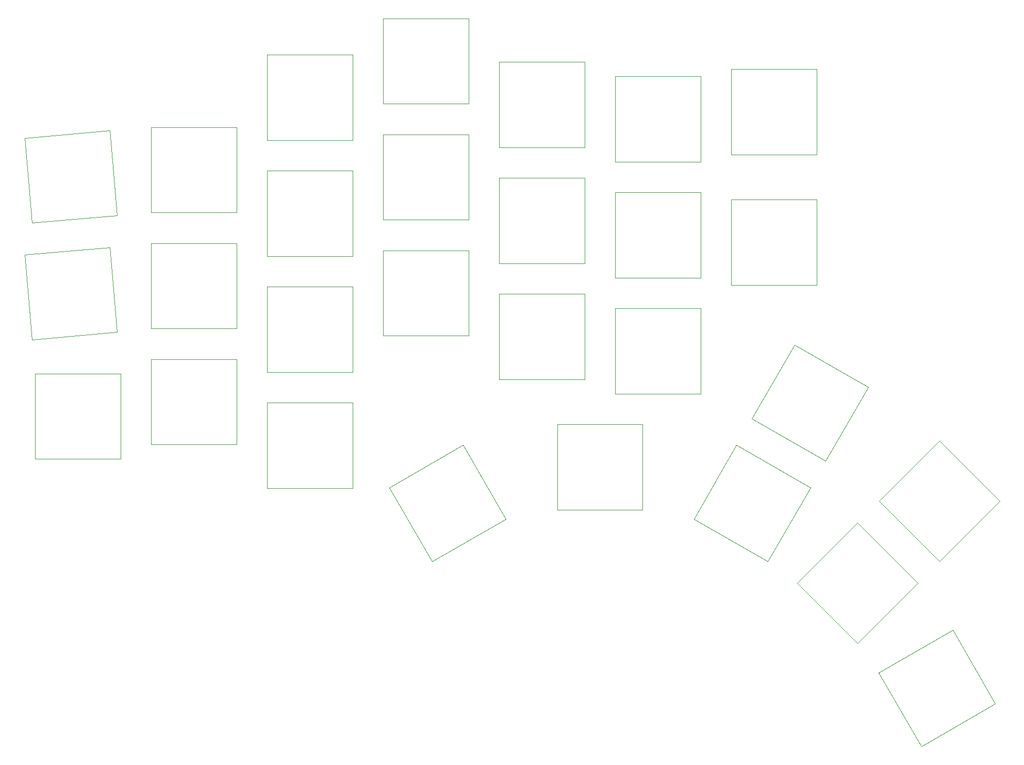
<source format=gts>
G04 #@! TF.GenerationSoftware,KiCad,Pcbnew,7.0.5*
G04 #@! TF.CreationDate,2023-06-13T17:16:02+02:00*
G04 #@! TF.ProjectId,mykeeb_v7a5-plate,6d796b65-6562-45f7-9637-61352d706c61,rev?*
G04 #@! TF.SameCoordinates,Original*
G04 #@! TF.FileFunction,Soldermask,Top*
G04 #@! TF.FilePolarity,Negative*
%FSLAX46Y46*%
G04 Gerber Fmt 4.6, Leading zero omitted, Abs format (unit mm)*
G04 Created by KiCad (PCBNEW 7.0.5) date 2023-06-13 17:16:02*
%MOMM*%
%LPD*%
G01*
G04 APERTURE LIST*
G04 #@! TA.AperFunction,Profile*
%ADD10C,0.120000*%
G04 #@! TD*
G04 APERTURE END LIST*
D10*
X137336377Y-114858239D02*
X130336377Y-126982595D01*
X130336377Y-126982595D02*
X142460733Y-133982595D01*
X149460733Y-121858239D02*
X137336377Y-114858239D01*
X142460733Y-133982595D02*
X149460733Y-121858239D01*
X34407558Y-63187894D02*
X20460832Y-64408074D01*
X20460832Y-64408074D02*
X21681012Y-78354800D01*
X35627738Y-77134620D02*
X34407558Y-63187894D01*
X21681012Y-78354800D02*
X35627738Y-77134620D01*
X60270385Y-69795303D02*
X60270385Y-83795303D01*
X60270385Y-83795303D02*
X74270385Y-83795303D01*
X74270385Y-69795303D02*
X60270385Y-69795303D01*
X74270385Y-83795303D02*
X74270385Y-69795303D01*
X41220385Y-100751603D02*
X41220385Y-114751603D01*
X41220385Y-114751603D02*
X55220385Y-114751603D01*
X55220385Y-100751603D02*
X41220385Y-100751603D01*
X55220385Y-114751603D02*
X55220385Y-100751603D01*
X98370385Y-70986003D02*
X98370385Y-84986003D01*
X98370385Y-84986003D02*
X112370385Y-84986003D01*
X112370385Y-70986003D02*
X98370385Y-70986003D01*
X112370385Y-84986003D02*
X112370385Y-70986003D01*
X79320385Y-44792171D02*
X79320385Y-58792171D01*
X79320385Y-58792171D02*
X93320385Y-58792171D01*
X93320385Y-44792171D02*
X79320385Y-44792171D01*
X93320385Y-58792171D02*
X93320385Y-44792171D01*
X36170385Y-103132847D02*
X22170385Y-103132847D01*
X22170385Y-103132847D02*
X22170385Y-117132847D01*
X36170385Y-117132847D02*
X36170385Y-103132847D01*
X22170385Y-117132847D02*
X36170385Y-117132847D01*
X107895409Y-111467347D02*
X107895409Y-125467347D01*
X107895409Y-125467347D02*
X121895409Y-125467347D01*
X121895409Y-111467347D02*
X107895409Y-111467347D01*
X121895409Y-125467347D02*
X121895409Y-111467347D01*
X157162632Y-127617808D02*
X147263137Y-137517303D01*
X147263137Y-137517303D02*
X157162632Y-147416798D01*
X167062127Y-137517303D02*
X157162632Y-127617808D01*
X157162632Y-147416798D02*
X167062127Y-137517303D01*
X41220353Y-62651561D02*
X41220353Y-76651561D01*
X41220353Y-76651561D02*
X55220353Y-76651561D01*
X55220353Y-62651561D02*
X41220353Y-62651561D01*
X55220353Y-76651561D02*
X55220353Y-62651561D01*
X172821696Y-145219202D02*
X160697340Y-152219202D01*
X160697340Y-152219202D02*
X167697340Y-164343558D01*
X179821696Y-157343558D02*
X172821696Y-145219202D01*
X167697340Y-164343558D02*
X179821696Y-157343558D01*
X170633028Y-133946402D02*
X180532523Y-124046907D01*
X180532523Y-124046907D02*
X170633028Y-114147412D01*
X160733533Y-124046907D02*
X170633028Y-133946402D01*
X170633028Y-114147412D02*
X160733533Y-124046907D01*
X98370385Y-90036003D02*
X98370385Y-104036003D01*
X98370385Y-104036003D02*
X112370385Y-104036003D01*
X112370385Y-90036003D02*
X98370385Y-90036003D01*
X112370385Y-104036003D02*
X112370385Y-90036003D01*
X117420385Y-92417203D02*
X117420385Y-106417203D01*
X117420385Y-106417203D02*
X131420385Y-106417203D01*
X131420385Y-92417203D02*
X117420385Y-92417203D01*
X131420385Y-106417203D02*
X131420385Y-92417203D01*
X79320385Y-82892203D02*
X79320385Y-96892203D01*
X79320385Y-96892203D02*
X93320385Y-96892203D01*
X93320385Y-82892203D02*
X79320385Y-82892203D01*
X93320385Y-96892203D02*
X93320385Y-82892203D01*
X60270385Y-88845303D02*
X60270385Y-102845303D01*
X60270385Y-102845303D02*
X74270385Y-102845303D01*
X74270385Y-88845303D02*
X60270385Y-88845303D01*
X74270385Y-102845303D02*
X74270385Y-88845303D01*
X117420417Y-54317179D02*
X117420417Y-68317179D01*
X117420417Y-68317179D02*
X131420417Y-68317179D01*
X131420417Y-54317179D02*
X117420417Y-54317179D01*
X131420417Y-68317179D02*
X131420417Y-54317179D01*
X136470433Y-67126613D02*
X150470433Y-67126613D01*
X150470433Y-67126613D02*
X150470433Y-53126613D01*
X136470433Y-53126613D02*
X136470433Y-67126613D01*
X150470433Y-53126613D02*
X136470433Y-53126613D01*
X151985741Y-117484797D02*
X158985741Y-105360441D01*
X158985741Y-105360441D02*
X146861385Y-98360441D01*
X139861385Y-110484797D02*
X151985741Y-117484797D01*
X146861385Y-98360441D02*
X139861385Y-110484797D01*
X117420385Y-73367203D02*
X117420385Y-87367203D01*
X117420385Y-87367203D02*
X131420385Y-87367203D01*
X131420385Y-73367203D02*
X117420385Y-73367203D01*
X131420385Y-87367203D02*
X131420385Y-73367203D01*
X60270369Y-50745301D02*
X60270369Y-64745301D01*
X60270369Y-64745301D02*
X74270369Y-64745301D01*
X74270369Y-50745301D02*
X60270369Y-50745301D01*
X74270369Y-64745301D02*
X74270369Y-50745301D01*
X60270369Y-107895409D02*
X60270369Y-121895409D01*
X60270369Y-121895409D02*
X74270369Y-121895409D01*
X74270369Y-107895409D02*
X60270369Y-107895409D01*
X74270369Y-121895409D02*
X74270369Y-107895409D01*
X34407558Y-82370694D02*
X20460832Y-83590874D01*
X20460832Y-83590874D02*
X21681012Y-97537600D01*
X35627738Y-96317420D02*
X34407558Y-82370694D01*
X21681012Y-97537600D02*
X35627738Y-96317420D01*
X136470433Y-88557881D02*
X150470433Y-88557881D01*
X150470433Y-88557881D02*
X150470433Y-74557881D01*
X136470433Y-74557881D02*
X136470433Y-88557881D01*
X150470433Y-74557881D02*
X136470433Y-74557881D01*
X80330085Y-121858239D02*
X87330085Y-133982595D01*
X87330085Y-133982595D02*
X99454441Y-126982595D01*
X92454441Y-114858239D02*
X80330085Y-121858239D01*
X99454441Y-126982595D02*
X92454441Y-114858239D01*
X41220385Y-81701603D02*
X41220385Y-95701603D01*
X41220385Y-95701603D02*
X55220385Y-95701603D01*
X55220385Y-81701603D02*
X41220385Y-81701603D01*
X55220385Y-95701603D02*
X55220385Y-81701603D01*
X79320385Y-63842203D02*
X79320385Y-77842203D01*
X79320385Y-77842203D02*
X93320385Y-77842203D01*
X93320385Y-63842203D02*
X79320385Y-63842203D01*
X93320385Y-77842203D02*
X93320385Y-63842203D01*
X98370401Y-51935927D02*
X98370401Y-65935927D01*
X98370401Y-65935927D02*
X112370401Y-65935927D01*
X112370401Y-51935927D02*
X98370401Y-51935927D01*
X112370401Y-65935927D02*
X112370401Y-51935927D01*
M02*

</source>
